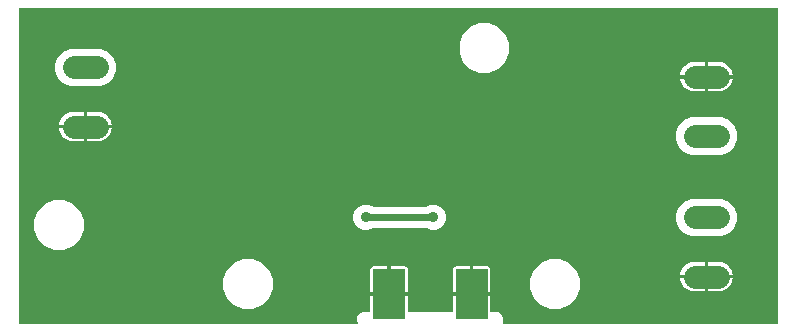
<source format=gbr>
G04 EAGLE Gerber RS-274X export*
G75*
%MOMM*%
%FSLAX34Y34*%
%LPD*%
%INBottom Copper*%
%IPPOS*%
%AMOC8*
5,1,8,0,0,1.08239X$1,22.5*%
G01*
%ADD10C,1.981200*%
%ADD11R,2.667000X4.191000*%
%ADD12C,1.500000*%
%ADD13C,0.906400*%
%ADD14C,0.600000*%

G36*
X292605Y6009D02*
X292605Y6009D01*
X292654Y6007D01*
X292724Y6028D01*
X292797Y6040D01*
X292840Y6064D01*
X292887Y6078D01*
X292947Y6121D01*
X293012Y6155D01*
X293046Y6191D01*
X293086Y6220D01*
X293129Y6280D01*
X293179Y6333D01*
X293199Y6378D01*
X293228Y6418D01*
X293250Y6489D01*
X293280Y6556D01*
X293285Y6605D01*
X293299Y6651D01*
X293297Y6725D01*
X293304Y6799D01*
X293293Y6846D01*
X293291Y6895D01*
X293249Y7035D01*
X293249Y7036D01*
X293249Y7037D01*
X292449Y8966D01*
X292449Y11354D01*
X293363Y13559D01*
X295051Y15247D01*
X297256Y16161D01*
X302759Y16161D01*
X302783Y16165D01*
X302808Y16162D01*
X302903Y16184D01*
X303000Y16200D01*
X303021Y16212D01*
X303045Y16218D01*
X303129Y16269D01*
X303215Y16315D01*
X303232Y16333D01*
X303253Y16346D01*
X303315Y16422D01*
X303382Y16493D01*
X303392Y16516D01*
X303408Y16535D01*
X303442Y16626D01*
X303483Y16716D01*
X303485Y16740D01*
X303494Y16763D01*
X303508Y16910D01*
X303508Y29815D01*
X318634Y29815D01*
X318658Y29819D01*
X318682Y29816D01*
X318778Y29839D01*
X318875Y29855D01*
X318896Y29866D01*
X318920Y29872D01*
X319003Y29923D01*
X319090Y29970D01*
X319107Y29987D01*
X319127Y30000D01*
X319190Y30076D01*
X319257Y30148D01*
X319267Y30170D01*
X319282Y30189D01*
X319317Y30280D01*
X319358Y30370D01*
X319360Y30394D01*
X319369Y30417D01*
X319383Y30564D01*
X319383Y31315D01*
X319385Y31315D01*
X319385Y30564D01*
X319389Y30540D01*
X319386Y30516D01*
X319409Y30420D01*
X319425Y30323D01*
X319436Y30302D01*
X319442Y30278D01*
X319493Y30194D01*
X319540Y30108D01*
X319557Y30091D01*
X319570Y30071D01*
X319646Y30008D01*
X319718Y29941D01*
X319740Y29931D01*
X319759Y29916D01*
X319850Y29881D01*
X319940Y29840D01*
X319964Y29838D01*
X319987Y29829D01*
X320134Y29815D01*
X335260Y29815D01*
X335260Y16910D01*
X335264Y16886D01*
X335261Y16861D01*
X335283Y16766D01*
X335299Y16669D01*
X335311Y16648D01*
X335317Y16624D01*
X335368Y16540D01*
X335414Y16454D01*
X335432Y16437D01*
X335445Y16416D01*
X335521Y16354D01*
X335592Y16287D01*
X335615Y16277D01*
X335634Y16261D01*
X335725Y16227D01*
X335815Y16186D01*
X335839Y16184D01*
X335862Y16175D01*
X336009Y16161D01*
X372651Y16161D01*
X372675Y16165D01*
X372700Y16162D01*
X372795Y16184D01*
X372892Y16200D01*
X372913Y16212D01*
X372937Y16218D01*
X373021Y16269D01*
X373107Y16315D01*
X373124Y16333D01*
X373145Y16346D01*
X373207Y16422D01*
X373274Y16493D01*
X373284Y16516D01*
X373300Y16535D01*
X373334Y16626D01*
X373375Y16716D01*
X373377Y16740D01*
X373386Y16763D01*
X373400Y16910D01*
X373400Y29815D01*
X388526Y29815D01*
X388550Y29819D01*
X388574Y29816D01*
X388670Y29839D01*
X388767Y29855D01*
X388788Y29866D01*
X388812Y29872D01*
X388895Y29923D01*
X388982Y29970D01*
X388999Y29987D01*
X389019Y30000D01*
X389082Y30076D01*
X389149Y30148D01*
X389159Y30170D01*
X389174Y30189D01*
X389209Y30280D01*
X389250Y30370D01*
X389252Y30394D01*
X389261Y30417D01*
X389275Y30564D01*
X389275Y31315D01*
X389277Y31315D01*
X389277Y30564D01*
X389281Y30540D01*
X389278Y30516D01*
X389301Y30420D01*
X389317Y30323D01*
X389328Y30302D01*
X389334Y30278D01*
X389385Y30194D01*
X389432Y30108D01*
X389449Y30091D01*
X389462Y30071D01*
X389538Y30008D01*
X389610Y29941D01*
X389632Y29931D01*
X389651Y29916D01*
X389742Y29881D01*
X389832Y29840D01*
X389856Y29838D01*
X389879Y29829D01*
X390026Y29815D01*
X405152Y29815D01*
X405152Y16910D01*
X405156Y16886D01*
X405153Y16861D01*
X405175Y16766D01*
X405191Y16669D01*
X405203Y16648D01*
X405209Y16624D01*
X405260Y16540D01*
X405306Y16454D01*
X405324Y16437D01*
X405337Y16416D01*
X405413Y16354D01*
X405484Y16287D01*
X405507Y16277D01*
X405526Y16261D01*
X405617Y16227D01*
X405707Y16186D01*
X405731Y16184D01*
X405754Y16175D01*
X405901Y16161D01*
X411404Y16161D01*
X413609Y15247D01*
X415297Y13559D01*
X416211Y11354D01*
X416211Y8966D01*
X415411Y7037D01*
X415400Y6989D01*
X415380Y6944D01*
X415373Y6871D01*
X415356Y6799D01*
X415361Y6750D01*
X415356Y6701D01*
X415373Y6630D01*
X415380Y6556D01*
X415400Y6512D01*
X415411Y6464D01*
X415450Y6401D01*
X415481Y6334D01*
X415514Y6298D01*
X415540Y6256D01*
X415597Y6210D01*
X415647Y6156D01*
X415690Y6133D01*
X415728Y6101D01*
X415797Y6075D01*
X415862Y6041D01*
X415911Y6033D01*
X415957Y6015D01*
X416102Y6001D01*
X416103Y6001D01*
X416104Y6001D01*
X648250Y6001D01*
X648274Y6005D01*
X648299Y6002D01*
X648394Y6024D01*
X648491Y6040D01*
X648512Y6052D01*
X648536Y6058D01*
X648620Y6109D01*
X648706Y6155D01*
X648723Y6173D01*
X648744Y6186D01*
X648806Y6262D01*
X648873Y6333D01*
X648883Y6356D01*
X648899Y6375D01*
X648933Y6466D01*
X648974Y6556D01*
X648976Y6580D01*
X648985Y6603D01*
X648999Y6750D01*
X648999Y273250D01*
X648995Y273274D01*
X648998Y273299D01*
X648976Y273394D01*
X648960Y273491D01*
X648948Y273512D01*
X648942Y273536D01*
X648891Y273620D01*
X648845Y273706D01*
X648827Y273723D01*
X648814Y273744D01*
X648738Y273806D01*
X648667Y273873D01*
X648644Y273883D01*
X648625Y273899D01*
X648534Y273933D01*
X648444Y273974D01*
X648420Y273976D01*
X648397Y273985D01*
X648250Y273999D01*
X6750Y273999D01*
X6726Y273995D01*
X6701Y273998D01*
X6606Y273976D01*
X6509Y273960D01*
X6488Y273948D01*
X6464Y273942D01*
X6380Y273891D01*
X6294Y273845D01*
X6277Y273827D01*
X6256Y273814D01*
X6194Y273738D01*
X6127Y273667D01*
X6117Y273644D01*
X6101Y273625D01*
X6067Y273534D01*
X6026Y273444D01*
X6024Y273420D01*
X6015Y273397D01*
X6001Y273250D01*
X6001Y6750D01*
X6005Y6726D01*
X6002Y6701D01*
X6024Y6606D01*
X6040Y6509D01*
X6052Y6488D01*
X6058Y6464D01*
X6109Y6380D01*
X6155Y6294D01*
X6173Y6277D01*
X6186Y6256D01*
X6262Y6194D01*
X6333Y6127D01*
X6356Y6117D01*
X6375Y6101D01*
X6466Y6067D01*
X6556Y6026D01*
X6580Y6024D01*
X6603Y6015D01*
X6750Y6001D01*
X292556Y6001D01*
X292605Y6009D01*
G37*
%LPC*%
G36*
X49160Y207359D02*
X49160Y207359D01*
X43314Y209781D01*
X38839Y214256D01*
X36417Y220102D01*
X36417Y226430D01*
X38839Y232276D01*
X43314Y236751D01*
X49160Y239173D01*
X75300Y239173D01*
X81146Y236751D01*
X85621Y232276D01*
X88043Y226430D01*
X88043Y220102D01*
X85621Y214256D01*
X81146Y209781D01*
X75300Y207359D01*
X49160Y207359D01*
G37*
%LPD*%
%LPC*%
G36*
X574940Y149447D02*
X574940Y149447D01*
X569094Y151869D01*
X564619Y156344D01*
X562197Y162190D01*
X562197Y168518D01*
X564619Y174364D01*
X569094Y178839D01*
X574940Y181261D01*
X601080Y181261D01*
X606926Y178839D01*
X611401Y174364D01*
X613823Y168518D01*
X613823Y162190D01*
X611401Y156344D01*
X606926Y151869D01*
X601080Y149447D01*
X574940Y149447D01*
G37*
%LPD*%
%LPC*%
G36*
X574940Y80359D02*
X574940Y80359D01*
X569094Y82781D01*
X564619Y87256D01*
X562197Y93102D01*
X562197Y99430D01*
X564619Y105276D01*
X569094Y109751D01*
X574940Y112173D01*
X601080Y112173D01*
X606926Y109751D01*
X611401Y105276D01*
X613823Y99430D01*
X613823Y93102D01*
X611401Y87256D01*
X606926Y82781D01*
X601080Y80359D01*
X574940Y80359D01*
G37*
%LPD*%
%LPC*%
G36*
X297625Y85987D02*
X297625Y85987D01*
X293754Y87591D01*
X290791Y90554D01*
X289187Y94425D01*
X289187Y98615D01*
X290791Y102486D01*
X293754Y105449D01*
X297625Y107053D01*
X301815Y107053D01*
X305376Y105578D01*
X305447Y105561D01*
X305516Y105535D01*
X305589Y105528D01*
X305614Y105522D01*
X305630Y105524D01*
X305663Y105521D01*
X350927Y105521D01*
X351000Y105533D01*
X351073Y105535D01*
X351143Y105556D01*
X351168Y105560D01*
X351183Y105568D01*
X351214Y105578D01*
X354775Y107053D01*
X358965Y107053D01*
X362836Y105449D01*
X365799Y102486D01*
X367403Y98615D01*
X367403Y94425D01*
X365799Y90554D01*
X362836Y87591D01*
X358965Y85987D01*
X354775Y85987D01*
X351214Y87462D01*
X351143Y87479D01*
X351074Y87505D01*
X351001Y87512D01*
X350976Y87518D01*
X350960Y87516D01*
X350927Y87519D01*
X305663Y87519D01*
X305590Y87507D01*
X305517Y87505D01*
X305447Y87484D01*
X305422Y87480D01*
X305407Y87472D01*
X305376Y87462D01*
X301815Y85987D01*
X297625Y85987D01*
G37*
%LPD*%
%LPC*%
G36*
X395823Y218999D02*
X395823Y218999D01*
X388104Y222196D01*
X382196Y228104D01*
X378999Y235823D01*
X378999Y244177D01*
X382196Y251896D01*
X388104Y257804D01*
X395823Y261001D01*
X404177Y261001D01*
X411896Y257804D01*
X417804Y251896D01*
X421001Y244177D01*
X421001Y235823D01*
X417804Y228104D01*
X411896Y222196D01*
X404177Y218999D01*
X395823Y218999D01*
G37*
%LPD*%
%LPC*%
G36*
X35823Y68999D02*
X35823Y68999D01*
X28104Y72196D01*
X22196Y78104D01*
X18999Y85823D01*
X18999Y94177D01*
X22196Y101896D01*
X28104Y107804D01*
X35823Y111001D01*
X44177Y111001D01*
X51896Y107804D01*
X57804Y101896D01*
X61001Y94177D01*
X61001Y85823D01*
X57804Y78104D01*
X51896Y72196D01*
X44177Y68999D01*
X35823Y68999D01*
G37*
%LPD*%
%LPC*%
G36*
X455823Y18999D02*
X455823Y18999D01*
X448104Y22196D01*
X442196Y28104D01*
X438999Y35823D01*
X438999Y44177D01*
X442196Y51896D01*
X448104Y57804D01*
X455823Y61001D01*
X464177Y61001D01*
X471896Y57804D01*
X477804Y51896D01*
X481001Y44177D01*
X481001Y35823D01*
X477804Y28104D01*
X471896Y22196D01*
X464177Y18999D01*
X455823Y18999D01*
G37*
%LPD*%
%LPC*%
G36*
X195823Y18999D02*
X195823Y18999D01*
X188104Y22196D01*
X182196Y28104D01*
X178999Y35823D01*
X178999Y44177D01*
X182196Y51896D01*
X188104Y57804D01*
X195823Y61001D01*
X204177Y61001D01*
X211896Y57804D01*
X217804Y51896D01*
X221001Y44177D01*
X221001Y35823D01*
X217804Y28104D01*
X211896Y22196D01*
X204177Y18999D01*
X195823Y18999D01*
G37*
%LPD*%
%LPC*%
G36*
X320883Y32813D02*
X320883Y32813D01*
X320883Y54810D01*
X333053Y54810D01*
X333700Y54637D01*
X334279Y54302D01*
X334752Y53829D01*
X335087Y53250D01*
X335260Y52603D01*
X335260Y32813D01*
X320883Y32813D01*
G37*
%LPD*%
%LPC*%
G36*
X390775Y32813D02*
X390775Y32813D01*
X390775Y54810D01*
X402945Y54810D01*
X403592Y54637D01*
X404171Y54302D01*
X404644Y53829D01*
X404979Y53250D01*
X405152Y52603D01*
X405152Y32813D01*
X390775Y32813D01*
G37*
%LPD*%
%LPC*%
G36*
X373400Y32813D02*
X373400Y32813D01*
X373400Y52603D01*
X373573Y53250D01*
X373908Y53829D01*
X374381Y54302D01*
X374960Y54637D01*
X375607Y54810D01*
X387777Y54810D01*
X387777Y32813D01*
X373400Y32813D01*
G37*
%LPD*%
%LPC*%
G36*
X303508Y32813D02*
X303508Y32813D01*
X303508Y52603D01*
X303681Y53250D01*
X304016Y53829D01*
X304489Y54302D01*
X305068Y54637D01*
X305715Y54810D01*
X317885Y54810D01*
X317885Y32813D01*
X303508Y32813D01*
G37*
%LPD*%
%LPC*%
G36*
X589509Y216891D02*
X589509Y216891D01*
X589509Y227839D01*
X598896Y227839D01*
X600831Y227532D01*
X602694Y226927D01*
X604440Y226037D01*
X606024Y224886D01*
X607410Y223500D01*
X608561Y221916D01*
X609451Y220170D01*
X610056Y218307D01*
X610280Y216891D01*
X589509Y216891D01*
G37*
%LPD*%
%LPC*%
G36*
X63729Y174727D02*
X63729Y174727D01*
X63729Y185675D01*
X73116Y185675D01*
X75051Y185368D01*
X76914Y184763D01*
X78660Y183873D01*
X80244Y182722D01*
X81630Y181336D01*
X82781Y179752D01*
X83671Y178006D01*
X84276Y176143D01*
X84500Y174727D01*
X63729Y174727D01*
G37*
%LPD*%
%LPC*%
G36*
X589509Y47727D02*
X589509Y47727D01*
X589509Y58675D01*
X598896Y58675D01*
X600831Y58368D01*
X602694Y57763D01*
X604440Y56873D01*
X606024Y55722D01*
X607410Y54336D01*
X608561Y52752D01*
X609451Y51006D01*
X610056Y49143D01*
X610280Y47727D01*
X589509Y47727D01*
G37*
%LPD*%
%LPC*%
G36*
X565740Y216891D02*
X565740Y216891D01*
X565964Y218307D01*
X566569Y220170D01*
X567459Y221916D01*
X568610Y223500D01*
X569996Y224886D01*
X571580Y226037D01*
X573326Y226927D01*
X575189Y227532D01*
X577124Y227839D01*
X586511Y227839D01*
X586511Y216891D01*
X565740Y216891D01*
G37*
%LPD*%
%LPC*%
G36*
X39960Y174727D02*
X39960Y174727D01*
X40184Y176143D01*
X40789Y178006D01*
X41679Y179752D01*
X42830Y181336D01*
X44216Y182722D01*
X45800Y183873D01*
X47546Y184763D01*
X49409Y185368D01*
X51344Y185675D01*
X60731Y185675D01*
X60731Y174727D01*
X39960Y174727D01*
G37*
%LPD*%
%LPC*%
G36*
X565740Y47727D02*
X565740Y47727D01*
X565964Y49143D01*
X566569Y51006D01*
X567459Y52752D01*
X568610Y54336D01*
X569996Y55722D01*
X571580Y56873D01*
X573326Y57763D01*
X575189Y58368D01*
X577124Y58675D01*
X586511Y58675D01*
X586511Y47727D01*
X565740Y47727D01*
G37*
%LPD*%
%LPC*%
G36*
X589509Y202945D02*
X589509Y202945D01*
X589509Y213893D01*
X610280Y213893D01*
X610056Y212477D01*
X609451Y210614D01*
X608561Y208868D01*
X607410Y207284D01*
X606024Y205898D01*
X604440Y204747D01*
X602694Y203857D01*
X600831Y203252D01*
X598896Y202945D01*
X589509Y202945D01*
G37*
%LPD*%
%LPC*%
G36*
X63729Y160781D02*
X63729Y160781D01*
X63729Y171729D01*
X84500Y171729D01*
X84276Y170313D01*
X83671Y168450D01*
X82781Y166704D01*
X81630Y165120D01*
X80244Y163734D01*
X78660Y162583D01*
X76914Y161693D01*
X75051Y161088D01*
X73116Y160781D01*
X63729Y160781D01*
G37*
%LPD*%
%LPC*%
G36*
X589509Y33781D02*
X589509Y33781D01*
X589509Y44729D01*
X610280Y44729D01*
X610056Y43313D01*
X609451Y41450D01*
X608561Y39704D01*
X607410Y38120D01*
X606024Y36734D01*
X604440Y35583D01*
X602694Y34693D01*
X600831Y34088D01*
X598896Y33781D01*
X589509Y33781D01*
G37*
%LPD*%
%LPC*%
G36*
X577124Y202945D02*
X577124Y202945D01*
X575189Y203252D01*
X573326Y203857D01*
X571580Y204747D01*
X569996Y205898D01*
X568610Y207284D01*
X567459Y208868D01*
X566569Y210614D01*
X565964Y212477D01*
X565740Y213893D01*
X586511Y213893D01*
X586511Y202945D01*
X577124Y202945D01*
G37*
%LPD*%
%LPC*%
G36*
X51344Y160781D02*
X51344Y160781D01*
X49409Y161088D01*
X47546Y161693D01*
X45800Y162583D01*
X44216Y163734D01*
X42830Y165120D01*
X41679Y166704D01*
X40789Y168450D01*
X40184Y170313D01*
X39960Y171729D01*
X60731Y171729D01*
X60731Y160781D01*
X51344Y160781D01*
G37*
%LPD*%
%LPC*%
G36*
X577124Y33781D02*
X577124Y33781D01*
X575189Y34088D01*
X573326Y34693D01*
X571580Y35583D01*
X569996Y36734D01*
X568610Y38120D01*
X567459Y39704D01*
X566569Y41450D01*
X565964Y43313D01*
X565740Y44729D01*
X586511Y44729D01*
X586511Y33781D01*
X577124Y33781D01*
G37*
%LPD*%
%LPC*%
G36*
X588009Y215391D02*
X588009Y215391D01*
X588009Y215393D01*
X588011Y215393D01*
X588011Y215391D01*
X588009Y215391D01*
G37*
%LPD*%
%LPC*%
G36*
X62229Y173227D02*
X62229Y173227D01*
X62229Y173229D01*
X62231Y173229D01*
X62231Y173227D01*
X62229Y173227D01*
G37*
%LPD*%
%LPC*%
G36*
X588009Y46227D02*
X588009Y46227D01*
X588009Y46229D01*
X588011Y46229D01*
X588011Y46227D01*
X588009Y46227D01*
G37*
%LPD*%
D10*
X52324Y223266D02*
X72136Y223266D01*
X72136Y173228D02*
X52324Y173228D01*
D11*
X389276Y31314D03*
X319384Y31314D03*
D10*
X578104Y96266D02*
X597916Y96266D01*
X597916Y46228D02*
X578104Y46228D01*
X578104Y165354D02*
X597916Y165354D01*
X597916Y215392D02*
X578104Y215392D01*
D12*
X205740Y132080D03*
X294640Y119380D03*
D13*
X356870Y96520D03*
D14*
X299720Y96520D01*
D13*
X299720Y96520D03*
M02*

</source>
